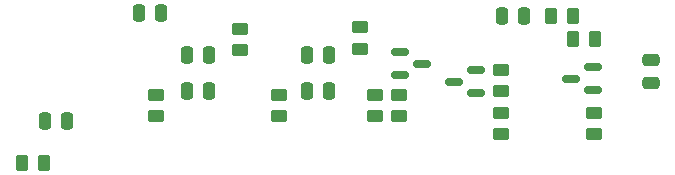
<source format=gbp>
G04 #@! TF.GenerationSoftware,KiCad,Pcbnew,(6.0.4)*
G04 #@! TF.CreationDate,2022-06-19T17:23:47+02:00*
G04 #@! TF.ProjectId,Klipper nano expander,4b6c6970-7065-4722-906e-616e6f206578,1.0*
G04 #@! TF.SameCoordinates,Original*
G04 #@! TF.FileFunction,Paste,Bot*
G04 #@! TF.FilePolarity,Positive*
%FSLAX46Y46*%
G04 Gerber Fmt 4.6, Leading zero omitted, Abs format (unit mm)*
G04 Created by KiCad (PCBNEW (6.0.4)) date 2022-06-19 17:23:47*
%MOMM*%
%LPD*%
G01*
G04 APERTURE LIST*
G04 Aperture macros list*
%AMRoundRect*
0 Rectangle with rounded corners*
0 $1 Rounding radius*
0 $2 $3 $4 $5 $6 $7 $8 $9 X,Y pos of 4 corners*
0 Add a 4 corners polygon primitive as box body*
4,1,4,$2,$3,$4,$5,$6,$7,$8,$9,$2,$3,0*
0 Add four circle primitives for the rounded corners*
1,1,$1+$1,$2,$3*
1,1,$1+$1,$4,$5*
1,1,$1+$1,$6,$7*
1,1,$1+$1,$8,$9*
0 Add four rect primitives between the rounded corners*
20,1,$1+$1,$2,$3,$4,$5,0*
20,1,$1+$1,$4,$5,$6,$7,0*
20,1,$1+$1,$6,$7,$8,$9,0*
20,1,$1+$1,$8,$9,$2,$3,0*%
G04 Aperture macros list end*
%ADD10RoundRect,0.250000X0.450000X-0.262500X0.450000X0.262500X-0.450000X0.262500X-0.450000X-0.262500X0*%
%ADD11RoundRect,0.250000X0.250000X0.475000X-0.250000X0.475000X-0.250000X-0.475000X0.250000X-0.475000X0*%
%ADD12RoundRect,0.250000X-0.250000X-0.475000X0.250000X-0.475000X0.250000X0.475000X-0.250000X0.475000X0*%
%ADD13RoundRect,0.150000X0.587500X0.150000X-0.587500X0.150000X-0.587500X-0.150000X0.587500X-0.150000X0*%
%ADD14RoundRect,0.250000X-0.450000X0.262500X-0.450000X-0.262500X0.450000X-0.262500X0.450000X0.262500X0*%
%ADD15RoundRect,0.250000X0.262500X0.450000X-0.262500X0.450000X-0.262500X-0.450000X0.262500X-0.450000X0*%
%ADD16RoundRect,0.250000X-0.262500X-0.450000X0.262500X-0.450000X0.262500X0.450000X-0.262500X0.450000X0*%
%ADD17RoundRect,0.250000X0.475000X-0.250000X0.475000X0.250000X-0.475000X0.250000X-0.475000X-0.250000X0*%
%ADD18RoundRect,0.150000X-0.587500X-0.150000X0.587500X-0.150000X0.587500X0.150000X-0.587500X0.150000X0*%
G04 APERTURE END LIST*
D10*
X156972000Y-96162500D03*
X156972000Y-94337500D03*
D11*
X142936000Y-93980000D03*
X141036000Y-93980000D03*
D12*
X151196000Y-90932000D03*
X153096000Y-90932000D03*
D13*
X165529500Y-92268000D03*
X165529500Y-94168000D03*
X163654500Y-93218000D03*
D14*
X175514000Y-95861500D03*
X175514000Y-97686500D03*
D10*
X148844000Y-96162500D03*
X148844000Y-94337500D03*
D15*
X173718122Y-87657721D03*
X171893122Y-87657721D03*
D10*
X167640000Y-94027000D03*
X167640000Y-92202000D03*
D11*
X169606000Y-87630000D03*
X167706000Y-87630000D03*
D16*
X173761000Y-89596000D03*
X175586000Y-89596000D03*
D12*
X136972000Y-87376000D03*
X138872000Y-87376000D03*
D10*
X159004000Y-96162500D03*
X159004000Y-94337500D03*
X138430000Y-96162500D03*
X138430000Y-94337500D03*
D17*
X180340000Y-93300000D03*
X180340000Y-91400000D03*
D13*
X175435500Y-92014000D03*
X175435500Y-93914000D03*
X173560500Y-92964000D03*
D14*
X145542000Y-88749500D03*
X145542000Y-90574500D03*
D16*
X127103500Y-100076000D03*
X128928500Y-100076000D03*
D18*
X159082500Y-92644000D03*
X159082500Y-90744000D03*
X160957500Y-91694000D03*
D12*
X129032000Y-96520000D03*
X130932000Y-96520000D03*
D14*
X155702000Y-88599000D03*
X155702000Y-90424000D03*
D12*
X141036000Y-90932000D03*
X142936000Y-90932000D03*
D11*
X153096000Y-93980000D03*
X151196000Y-93980000D03*
D14*
X167640000Y-95861500D03*
X167640000Y-97686500D03*
M02*

</source>
